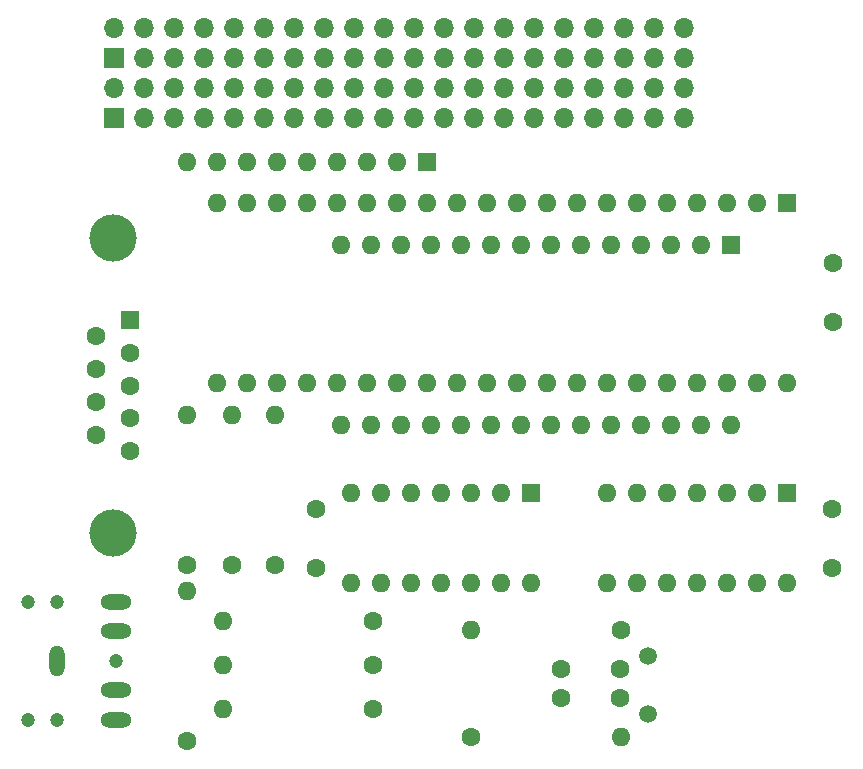
<source format=gbr>
%TF.GenerationSoftware,KiCad,Pcbnew,8.0.1*%
%TF.CreationDate,2024-04-11T22:34:35+01:00*%
%TF.ProjectId,TIMAYSound,54494d41-5953-46f7-956e-642e6b696361,rev?*%
%TF.SameCoordinates,Original*%
%TF.FileFunction,Soldermask,Top*%
%TF.FilePolarity,Negative*%
%FSLAX46Y46*%
G04 Gerber Fmt 4.6, Leading zero omitted, Abs format (unit mm)*
G04 Created by KiCad (PCBNEW 8.0.1) date 2024-04-11 22:34:35*
%MOMM*%
%LPD*%
G01*
G04 APERTURE LIST*
%ADD10C,1.600000*%
%ADD11C,1.200000*%
%ADD12O,1.308000X2.616000*%
%ADD13O,2.616000X1.308000*%
%ADD14R,1.700000X1.700000*%
%ADD15O,1.700000X1.700000*%
%ADD16O,1.600000X1.600000*%
%ADD17R,1.600000X1.600000*%
%ADD18C,1.500000*%
%ADD19C,4.000000*%
G04 APERTURE END LIST*
D10*
%TO.C,C204*%
X77010000Y-87930000D03*
X77010000Y-82930000D03*
%TD*%
%TO.C,C203*%
X120680000Y-87930000D03*
X120680000Y-82930000D03*
%TD*%
D11*
%TO.C,J201*%
X52590000Y-90802500D03*
X52590000Y-100802500D03*
X55090000Y-90802500D03*
X55090000Y-100802500D03*
X60090000Y-95802500D03*
D12*
X55090000Y-95802500D03*
D13*
X60090000Y-100802500D03*
X60090000Y-90802500D03*
X60090000Y-98302500D03*
X60090000Y-93302500D03*
%TD*%
D10*
%TO.C,C202*%
X97730000Y-98930000D03*
X102730000Y-98930000D03*
%TD*%
D14*
%TO.C,P2*%
X59916000Y-49879000D03*
D15*
X59916000Y-47339000D03*
X62456000Y-49879000D03*
X62456000Y-47339000D03*
X64996000Y-49879000D03*
X64996000Y-47339000D03*
X67536000Y-49879000D03*
X67536000Y-47339000D03*
X70076000Y-49879000D03*
X70076000Y-47339000D03*
X72616000Y-49879000D03*
X72616000Y-47339000D03*
X75156000Y-49879000D03*
X75156000Y-47339000D03*
X77696000Y-49879000D03*
X77696000Y-47339000D03*
X80236000Y-49879000D03*
X80236000Y-47339000D03*
X82776000Y-49879000D03*
X82776000Y-47339000D03*
X85316000Y-49879000D03*
X85316000Y-47339000D03*
X87856000Y-49879000D03*
X87856000Y-47339000D03*
X90396000Y-49879000D03*
X90396000Y-47339000D03*
X92936000Y-49879000D03*
X92936000Y-47339000D03*
X95476000Y-49879000D03*
X95476000Y-47339000D03*
X98016000Y-49879000D03*
X98016000Y-47339000D03*
X100556000Y-49879000D03*
X100556000Y-47339000D03*
X103096000Y-49879000D03*
X103096000Y-47339000D03*
X105636000Y-49879000D03*
X105636000Y-47339000D03*
X108176000Y-49879000D03*
X108176000Y-47339000D03*
%TD*%
D10*
%TO.C,R201*%
X66070000Y-87730000D03*
D16*
X66070000Y-75030000D03*
%TD*%
D17*
%TO.C,U202*%
X116880000Y-57030000D03*
D16*
X114340000Y-57030000D03*
X111800000Y-57030000D03*
X109260000Y-57030000D03*
X106720000Y-57030000D03*
X104180000Y-57030000D03*
X101640000Y-57030000D03*
X99100000Y-57030000D03*
X96560000Y-57030000D03*
X94020000Y-57030000D03*
X91480000Y-57030000D03*
X88940000Y-57030000D03*
X86400000Y-57030000D03*
X83860000Y-57030000D03*
X81320000Y-57030000D03*
X78780000Y-57030000D03*
X76240000Y-57030000D03*
X73700000Y-57030000D03*
X71160000Y-57030000D03*
X68620000Y-57030000D03*
X68620000Y-72270000D03*
X71160000Y-72270000D03*
X73700000Y-72270000D03*
X76240000Y-72270000D03*
X78780000Y-72270000D03*
X81320000Y-72270000D03*
X83860000Y-72270000D03*
X86400000Y-72270000D03*
X88940000Y-72270000D03*
X91480000Y-72270000D03*
X94020000Y-72270000D03*
X96560000Y-72270000D03*
X99100000Y-72270000D03*
X101640000Y-72270000D03*
X104180000Y-72270000D03*
X106720000Y-72270000D03*
X109260000Y-72270000D03*
X111800000Y-72270000D03*
X114340000Y-72270000D03*
X116880000Y-72270000D03*
%TD*%
D10*
%TO.C,R207*%
X81810000Y-99920000D03*
D16*
X69110000Y-99920000D03*
%TD*%
D10*
%TO.C,R209*%
X81810000Y-96190000D03*
D16*
X69110000Y-96190000D03*
%TD*%
D10*
%TO.C,R211*%
X102800000Y-93200000D03*
D16*
X90100000Y-93200000D03*
%TD*%
D18*
%TO.C,Y201*%
X105137500Y-95410000D03*
X105137500Y-100310000D03*
%TD*%
D10*
%TO.C,C205*%
X120770000Y-67155000D03*
X120770000Y-62155000D03*
%TD*%
D14*
%TO.C,P1*%
X59910000Y-44790000D03*
D15*
X59910000Y-42250000D03*
X62450000Y-44790000D03*
X62450000Y-42250000D03*
X64990000Y-44790000D03*
X64990000Y-42250000D03*
X67530000Y-44790000D03*
X67530000Y-42250000D03*
X70070000Y-44790000D03*
X70070000Y-42250000D03*
X72610000Y-44790000D03*
X72610000Y-42250000D03*
X75150000Y-44790000D03*
X75150000Y-42250000D03*
X77690000Y-44790000D03*
X77690000Y-42250000D03*
X80230000Y-44790000D03*
X80230000Y-42250000D03*
X82770000Y-44790000D03*
X82770000Y-42250000D03*
X85310000Y-44790000D03*
X85310000Y-42250000D03*
X87850000Y-44790000D03*
X87850000Y-42250000D03*
X90390000Y-44790000D03*
X90390000Y-42250000D03*
X92930000Y-44790000D03*
X92930000Y-42250000D03*
X95470000Y-44790000D03*
X95470000Y-42250000D03*
X98010000Y-44790000D03*
X98010000Y-42250000D03*
X100550000Y-44790000D03*
X100550000Y-42250000D03*
X103090000Y-44790000D03*
X103090000Y-42250000D03*
X105630000Y-44790000D03*
X105630000Y-42250000D03*
X108170000Y-44790000D03*
X108170000Y-42250000D03*
%TD*%
D10*
%TO.C,R202*%
X69860000Y-87730000D03*
D16*
X69860000Y-75030000D03*
%TD*%
D10*
%TO.C,R203*%
X73570000Y-87730000D03*
D16*
X73570000Y-75030000D03*
%TD*%
D17*
%TO.C,NR201*%
X86410000Y-53570000D03*
D16*
X83870000Y-53570000D03*
X81330000Y-53570000D03*
X78790000Y-53570000D03*
X76250000Y-53570000D03*
X73710000Y-53570000D03*
X71170000Y-53570000D03*
X68630000Y-53570000D03*
X66090000Y-53570000D03*
%TD*%
D19*
%TO.C,J202*%
X59840000Y-59995000D03*
X59840000Y-84995000D03*
D17*
X61260000Y-66955000D03*
D10*
X61260000Y-69725000D03*
X61260000Y-72495000D03*
X61260000Y-75265000D03*
X61260000Y-78035000D03*
X58420000Y-68340000D03*
X58420000Y-71110000D03*
X58420000Y-73880000D03*
X58420000Y-76650000D03*
%TD*%
%TO.C,C201*%
X97730000Y-96480000D03*
X102730000Y-96480000D03*
%TD*%
%TO.C,R212*%
X90100000Y-102280000D03*
D16*
X102800000Y-102280000D03*
%TD*%
D10*
%TO.C,R205*%
X66090000Y-102610000D03*
D16*
X66090000Y-89910000D03*
%TD*%
D17*
%TO.C,U204*%
X116860000Y-81630000D03*
D16*
X114320000Y-81630000D03*
X111780000Y-81630000D03*
X109240000Y-81630000D03*
X106700000Y-81630000D03*
X104160000Y-81630000D03*
X101620000Y-81630000D03*
X101620000Y-89250000D03*
X104160000Y-89250000D03*
X106700000Y-89250000D03*
X109240000Y-89250000D03*
X111780000Y-89250000D03*
X114320000Y-89250000D03*
X116860000Y-89250000D03*
%TD*%
D17*
%TO.C,U201*%
X112120000Y-60590000D03*
D16*
X109580000Y-60590000D03*
X107040000Y-60590000D03*
X104500000Y-60590000D03*
X101960000Y-60590000D03*
X99420000Y-60590000D03*
X96880000Y-60590000D03*
X94340000Y-60590000D03*
X91800000Y-60590000D03*
X89260000Y-60590000D03*
X86720000Y-60590000D03*
X84180000Y-60590000D03*
X81640000Y-60590000D03*
X79100000Y-60590000D03*
X79100000Y-75830000D03*
X81640000Y-75830000D03*
X84180000Y-75830000D03*
X86720000Y-75830000D03*
X89260000Y-75830000D03*
X91800000Y-75830000D03*
X94340000Y-75830000D03*
X96880000Y-75830000D03*
X99420000Y-75830000D03*
X101960000Y-75830000D03*
X104500000Y-75830000D03*
X107040000Y-75830000D03*
X109580000Y-75830000D03*
X112120000Y-75830000D03*
%TD*%
D10*
%TO.C,R210*%
X81810000Y-92470000D03*
D16*
X69110000Y-92470000D03*
%TD*%
D17*
%TO.C,U203*%
X95212500Y-81630000D03*
D16*
X92672500Y-81630000D03*
X90132500Y-81630000D03*
X87592500Y-81630000D03*
X85052500Y-81630000D03*
X82512500Y-81630000D03*
X79972500Y-81630000D03*
X79972500Y-89250000D03*
X82512500Y-89250000D03*
X85052500Y-89250000D03*
X87592500Y-89250000D03*
X90132500Y-89250000D03*
X92672500Y-89250000D03*
X95212500Y-89250000D03*
%TD*%
M02*

</source>
